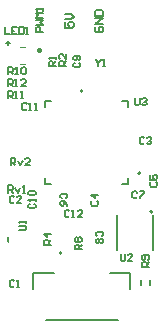
<source format=gto>
G04*
G04 #@! TF.GenerationSoftware,Altium Limited,Altium Designer,21.6.1 (37)*
G04*
G04 Layer_Color=65535*
%FSLAX44Y44*%
%MOMM*%
G71*
G04*
G04 #@! TF.SameCoordinates,A3892E78-241B-427D-A5EC-4F0B57241F16*
G04*
G04*
G04 #@! TF.FilePolarity,Positive*
G04*
G01*
G75*
%ADD10C,0.2000*%
%ADD11C,0.1524*%
%ADD12C,0.0000*%
%ADD13C,0.1270*%
%ADD14C,0.1000*%
%ADD15C,0.1700*%
%ADD16C,0.1600*%
%ADD17C,0.2540*%
D10*
X383750Y129350D02*
G03*
X383750Y129350I-1000J0D01*
G01*
X393970Y96780D02*
G03*
X393970Y96780I-1000J0D01*
G01*
X317000Y61750D02*
G03*
X317000Y61750I-1000J0D01*
G01*
X391500Y35000D02*
Y39000D01*
X384500Y35000D02*
Y39000D01*
D11*
X271808Y71222D02*
G03*
X271808Y74778I-2276J1778D01*
G01*
Y71222D02*
G03*
X271808Y74778I-2276J1778D01*
G01*
D12*
X335270Y199000D02*
G03*
X335270Y199000I-1270J0D01*
G01*
D13*
X373000Y120350D02*
Y125150D01*
Y185550D02*
Y190350D01*
X303000Y120350D02*
Y125150D01*
Y185550D02*
Y190350D01*
X368200Y120350D02*
X373000D01*
X368200Y190350D02*
X373000D01*
X303000Y120350D02*
X307800D01*
X303000Y190350D02*
X307800D01*
X364000Y64000D02*
Y94000D01*
X394000Y64000D02*
Y94000D01*
X303600Y4750D02*
X364500D01*
X357600Y45250D02*
X375250D01*
Y30950D02*
Y45250D01*
X292750D02*
X310400D01*
X292750Y31050D02*
Y45250D01*
D14*
X282000Y221500D02*
X286000D01*
X282000Y236500D02*
X286000D01*
D15*
X346469Y253365D02*
X345302Y252199D01*
Y249866D01*
X346469Y248700D01*
X351134D01*
X352300Y249866D01*
Y252199D01*
X351134Y253365D01*
X348801D01*
Y251033D01*
X352300Y255698D02*
X345302D01*
X352300Y260363D01*
X345302D01*
Y262696D02*
X352300D01*
Y266194D01*
X351134Y267361D01*
X346469D01*
X345302Y266194D01*
Y262696D01*
X320302Y257363D02*
Y252698D01*
X323801D01*
X322635Y255030D01*
Y256197D01*
X323801Y257363D01*
X326134D01*
X327300Y256197D01*
Y253864D01*
X326134Y252698D01*
X320302Y259695D02*
X324967D01*
X327300Y262028D01*
X324967Y264361D01*
X320302D01*
X271502Y203001D02*
Y208999D01*
X274501D01*
X275501Y207999D01*
Y206000D01*
X274501Y205000D01*
X271502D01*
X273502D02*
X275501Y203001D01*
X277500D02*
X279500D01*
X278500D01*
Y208999D01*
X277500Y207999D01*
X286498Y203001D02*
X282499D01*
X286498Y207000D01*
Y207999D01*
X285498Y208999D01*
X283498D01*
X282499Y207999D01*
X379002Y192999D02*
Y188001D01*
X380001Y187001D01*
X382001D01*
X383000Y188001D01*
Y192999D01*
X385000Y191999D02*
X385999Y192999D01*
X387999D01*
X388998Y191999D01*
Y191000D01*
X387999Y190000D01*
X386999D01*
X387999D01*
X388998Y189000D01*
Y188001D01*
X387999Y187001D01*
X385999D01*
X385000Y188001D01*
X287501Y187999D02*
X286501Y188999D01*
X284502D01*
X283502Y187999D01*
Y184001D01*
X284502Y183001D01*
X286501D01*
X287501Y184001D01*
X289500Y183001D02*
X291500D01*
X290500D01*
Y188999D01*
X289500Y187999D01*
X294499Y183001D02*
X296498D01*
X295498D01*
Y188999D01*
X294499Y187999D01*
X290001Y103501D02*
X289001Y102501D01*
Y100502D01*
X290001Y99502D01*
X293999D01*
X294999Y100502D01*
Y102501D01*
X293999Y103501D01*
X294999Y105500D02*
Y107500D01*
Y106500D01*
X289001D01*
X290001Y105500D01*
Y110499D02*
X289001Y111498D01*
Y113498D01*
X290001Y114498D01*
X293999D01*
X294999Y113498D01*
Y111498D01*
X293999Y110499D01*
X290001D01*
X323501Y96999D02*
X322501Y97999D01*
X320502D01*
X319503Y96999D01*
Y93001D01*
X320502Y92001D01*
X322501D01*
X323501Y93001D01*
X325500Y92001D02*
X327500D01*
X326500D01*
Y97999D01*
X325500Y96999D01*
X334498Y92001D02*
X330499D01*
X334498Y96000D01*
Y96999D01*
X333498Y97999D01*
X331498D01*
X330499Y96999D01*
X328001Y223000D02*
X327001Y222001D01*
Y220001D01*
X328001Y219002D01*
X331999D01*
X332999Y220001D01*
Y222001D01*
X331999Y223000D01*
Y225000D02*
X332999Y225999D01*
Y227999D01*
X331999Y228998D01*
X328001D01*
X327001Y227999D01*
Y225999D01*
X328001Y225000D01*
X329000D01*
X330000Y225999D01*
Y228998D01*
X271502Y193001D02*
Y198999D01*
X274501D01*
X275501Y197999D01*
Y196000D01*
X274501Y195000D01*
X271502D01*
X273501D02*
X275501Y193001D01*
X277500D02*
X279499D01*
X278500D01*
Y198999D01*
X277500Y197999D01*
X282498Y193001D02*
X284498D01*
X283498D01*
Y198999D01*
X282498Y197999D01*
X269003Y252999D02*
Y247001D01*
X273002D01*
X279000Y252999D02*
X275001D01*
Y247001D01*
X279000D01*
X275001Y250000D02*
X277001D01*
X280999Y252999D02*
Y247001D01*
X283998D01*
X284998Y248001D01*
Y251999D01*
X283998Y252999D01*
X280999D01*
X286997Y247001D02*
X288997D01*
X287997D01*
Y252999D01*
X286997Y251999D01*
X274000Y136000D02*
Y141998D01*
X276999D01*
X277999Y140998D01*
Y138999D01*
X276999Y137999D01*
X274000D01*
X275999D02*
X277999Y136000D01*
X279998Y139999D02*
X281997Y136000D01*
X283997Y139999D01*
X289995Y136000D02*
X285996D01*
X289995Y139999D01*
Y140998D01*
X288995Y141998D01*
X286996D01*
X285996Y140998D01*
X272000Y113000D02*
Y118998D01*
X274999D01*
X275999Y117998D01*
Y115999D01*
X274999Y114999D01*
X272000D01*
X273999D02*
X275999Y113000D01*
X277998Y116999D02*
X279997Y113000D01*
X281997Y116999D01*
X283996Y113000D02*
X285996D01*
X284996D01*
Y118998D01*
X283996Y117998D01*
X346000Y225998D02*
Y224998D01*
X347999Y222999D01*
X349999Y224998D01*
Y225998D01*
X347999Y222999D02*
Y220000D01*
X351998D02*
X353997D01*
X352998D01*
Y225998D01*
X351998Y224998D01*
X367000Y60998D02*
Y56000D01*
X368000Y55000D01*
X369999D01*
X370999Y56000D01*
Y60998D01*
X376997Y55000D02*
X372998D01*
X376997Y58999D01*
Y59998D01*
X375997Y60998D01*
X373998D01*
X372998Y59998D01*
X281002Y81000D02*
X286000D01*
X287000Y82000D01*
Y83999D01*
X286000Y84999D01*
X281002D01*
X287000Y86998D02*
Y88997D01*
Y87998D01*
X281002D01*
X282002Y86998D01*
X272000Y213000D02*
Y218998D01*
X274999D01*
X275999Y217998D01*
Y215999D01*
X274999Y214999D01*
X272000D01*
X273999D02*
X275999Y213000D01*
X277998D02*
X279997D01*
X278998D01*
Y218998D01*
X277998Y217998D01*
X282996D02*
X283996Y218998D01*
X285995D01*
X286995Y217998D01*
Y214000D01*
X285995Y213000D01*
X283996D01*
X282996Y214000D01*
Y217998D01*
X391000Y50000D02*
X385002D01*
Y52999D01*
X386002Y53999D01*
X388001D01*
X389001Y52999D01*
Y50000D01*
Y51999D02*
X391000Y53999D01*
X390000Y55998D02*
X391000Y56998D01*
Y58997D01*
X390000Y59997D01*
X386002D01*
X385002Y58997D01*
Y56998D01*
X386002Y55998D01*
X387001D01*
X388001Y56998D01*
Y59997D01*
X334000Y65000D02*
X328002D01*
Y67999D01*
X329002Y68999D01*
X331001D01*
X332001Y67999D01*
Y65000D01*
Y66999D02*
X334000Y68999D01*
X329002Y70998D02*
X328002Y71998D01*
Y73997D01*
X329002Y74997D01*
X330001D01*
X331001Y73997D01*
X332001Y74997D01*
X333000D01*
X334000Y73997D01*
Y71998D01*
X333000Y70998D01*
X332001D01*
X331001Y71998D01*
X330001Y70998D01*
X329002D01*
X331001Y71998D02*
Y73997D01*
X308000Y69000D02*
X302002D01*
Y71999D01*
X303002Y72999D01*
X305001D01*
X306001Y71999D01*
Y69000D01*
Y70999D02*
X308000Y72999D01*
Y77997D02*
X302002D01*
X305001Y74998D01*
Y78997D01*
X321000Y220000D02*
X315002D01*
Y222999D01*
X316002Y223999D01*
X318001D01*
X319001Y222999D01*
Y220000D01*
Y221999D02*
X321000Y223999D01*
Y229997D02*
Y225998D01*
X317001Y229997D01*
X316002D01*
X315002Y228997D01*
Y226998D01*
X316002Y225998D01*
X312000Y220000D02*
X306002D01*
Y222999D01*
X307002Y223999D01*
X309001D01*
X310001Y222999D01*
Y220000D01*
Y221999D02*
X312000Y223999D01*
Y225998D02*
Y227997D01*
Y226998D01*
X306002D01*
X307002Y225998D01*
X350998Y76001D02*
X351998Y77001D01*
Y79000D01*
X350998Y80000D01*
X347000D01*
X346000Y79000D01*
Y77001D01*
X347000Y76001D01*
X350998Y74002D02*
X351998Y73002D01*
Y71003D01*
X350998Y70003D01*
X349999D01*
X348999Y71003D01*
X347999Y70003D01*
X347000D01*
X346000Y71003D01*
Y73002D01*
X347000Y74002D01*
X347999D01*
X348999Y73002D01*
X349999Y74002D01*
X350998D01*
X348999Y73002D02*
Y71003D01*
X380999Y112998D02*
X379999Y113998D01*
X378000D01*
X377000Y112998D01*
Y109000D01*
X378000Y108000D01*
X379999D01*
X380999Y109000D01*
X382998Y113998D02*
X386997D01*
Y112998D01*
X382998Y109000D01*
Y108000D01*
X320998Y108001D02*
X321998Y109001D01*
Y111000D01*
X320998Y112000D01*
X317000D01*
X316000Y111000D01*
Y109001D01*
X317000Y108001D01*
X321998Y102003D02*
X320998Y104003D01*
X318999Y106002D01*
X317000D01*
X316000Y105002D01*
Y103003D01*
X317000Y102003D01*
X317999D01*
X318999Y103003D01*
Y106002D01*
X393002Y121999D02*
X392002Y120999D01*
Y119000D01*
X393002Y118000D01*
X397000D01*
X398000Y119000D01*
Y120999D01*
X397000Y121999D01*
X392002Y127997D02*
Y123998D01*
X395001D01*
X394001Y125997D01*
Y126997D01*
X395001Y127997D01*
X397000D01*
X398000Y126997D01*
Y124998D01*
X397000Y123998D01*
X343002Y105999D02*
X342002Y104999D01*
Y103000D01*
X343002Y102000D01*
X347000D01*
X348000Y103000D01*
Y104999D01*
X347000Y105999D01*
X348000Y110997D02*
X342002D01*
X345001Y107998D01*
Y111997D01*
X386999Y158998D02*
X385999Y159998D01*
X384000D01*
X383000Y158998D01*
Y155000D01*
X384000Y154000D01*
X385999D01*
X386999Y155000D01*
X388998Y158998D02*
X389998Y159998D01*
X391997D01*
X392997Y158998D01*
Y157999D01*
X391997Y156999D01*
X390997D01*
X391997D01*
X392997Y155999D01*
Y155000D01*
X391997Y154000D01*
X389998D01*
X388998Y155000D01*
X276999Y108998D02*
X275999Y109998D01*
X274000D01*
X273000Y108998D01*
Y105000D01*
X274000Y104000D01*
X275999D01*
X276999Y105000D01*
X282997Y104000D02*
X278998D01*
X282997Y107999D01*
Y108998D01*
X281997Y109998D01*
X279998D01*
X278998Y108998D01*
X276999Y37998D02*
X275999Y38998D01*
X274000D01*
X273000Y37998D01*
Y34000D01*
X274000Y33000D01*
X275999D01*
X276999Y34000D01*
X278998Y33000D02*
X280997D01*
X279998D01*
Y38998D01*
X278998Y37998D01*
X301000Y249000D02*
X295002D01*
Y251999D01*
X296002Y252999D01*
X298001D01*
X299001Y251999D01*
Y249000D01*
X295002Y254998D02*
X301000D01*
X299001Y256997D01*
X301000Y258997D01*
X295002D01*
X301000Y260996D02*
X295002D01*
X297001Y262995D01*
X295002Y264995D01*
X301000D01*
Y266994D02*
Y268993D01*
Y267994D01*
X295002D01*
X296002Y266994D01*
D16*
X269600Y239599D02*
X273599D01*
X271599Y241599D02*
Y237600D01*
D17*
X297462Y234334D02*
X298628D01*
Y233168D01*
X297462D01*
Y234334D01*
M02*

</source>
